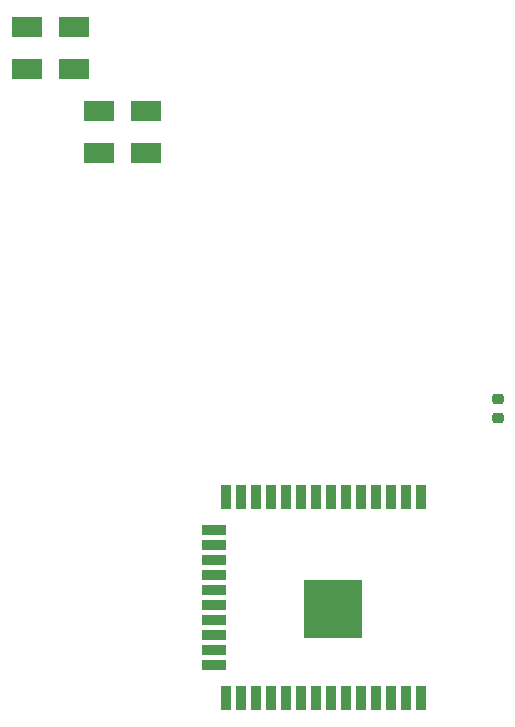
<source format=gbp>
%TF.GenerationSoftware,KiCad,Pcbnew,(6.0.0)*%
%TF.CreationDate,2022-03-13T19:16:45-04:00*%
%TF.ProjectId,esp23 i3 heat thermostat,65737032-3320-4693-9320-686561742074,rev?*%
%TF.SameCoordinates,Original*%
%TF.FileFunction,Paste,Bot*%
%TF.FilePolarity,Positive*%
%FSLAX46Y46*%
G04 Gerber Fmt 4.6, Leading zero omitted, Abs format (unit mm)*
G04 Created by KiCad (PCBNEW (6.0.0)) date 2022-03-13 19:16:45*
%MOMM*%
%LPD*%
G01*
G04 APERTURE LIST*
G04 Aperture macros list*
%AMRoundRect*
0 Rectangle with rounded corners*
0 $1 Rounding radius*
0 $2 $3 $4 $5 $6 $7 $8 $9 X,Y pos of 4 corners*
0 Add a 4 corners polygon primitive as box body*
4,1,4,$2,$3,$4,$5,$6,$7,$8,$9,$2,$3,0*
0 Add four circle primitives for the rounded corners*
1,1,$1+$1,$2,$3*
1,1,$1+$1,$4,$5*
1,1,$1+$1,$6,$7*
1,1,$1+$1,$8,$9*
0 Add four rect primitives between the rounded corners*
20,1,$1+$1,$2,$3,$4,$5,0*
20,1,$1+$1,$4,$5,$6,$7,0*
20,1,$1+$1,$6,$7,$8,$9,0*
20,1,$1+$1,$8,$9,$2,$3,0*%
G04 Aperture macros list end*
%ADD10R,2.500000X1.800000*%
%ADD11R,0.900000X2.000000*%
%ADD12R,2.000000X0.900000*%
%ADD13R,5.000000X5.000000*%
%ADD14RoundRect,0.225000X-0.250000X0.225000X-0.250000X-0.225000X0.250000X-0.225000X0.250000X0.225000X0*%
G04 APERTURE END LIST*
D10*
%TO.C,D3*%
X125000000Y-58166000D03*
X129000000Y-58166000D03*
%TD*%
%TO.C,D6*%
X122904000Y-51054000D03*
X118904000Y-51054000D03*
%TD*%
%TO.C,D5*%
X129000000Y-61722000D03*
X125000000Y-61722000D03*
%TD*%
D11*
%TO.C,U4*%
X152273000Y-107814000D03*
X151003000Y-107814000D03*
X149733000Y-107814000D03*
X148463000Y-107814000D03*
X147193000Y-107814000D03*
X145923000Y-107814000D03*
X144653000Y-107814000D03*
X143383000Y-107814000D03*
X142113000Y-107814000D03*
X140843000Y-107814000D03*
X139573000Y-107814000D03*
X138303000Y-107814000D03*
X137033000Y-107814000D03*
X135763000Y-107814000D03*
D12*
X134763000Y-105029000D03*
X134763000Y-103759000D03*
X134763000Y-102489000D03*
X134763000Y-101219000D03*
X134763000Y-99949000D03*
X134763000Y-98679000D03*
X134763000Y-97409000D03*
X134763000Y-96139000D03*
X134763000Y-94869000D03*
X134763000Y-93599000D03*
D11*
X135763000Y-90814000D03*
X137033000Y-90814000D03*
X138303000Y-90814000D03*
X139573000Y-90814000D03*
X140843000Y-90814000D03*
X142113000Y-90814000D03*
X143383000Y-90814000D03*
X144653000Y-90814000D03*
X145923000Y-90814000D03*
X147193000Y-90814000D03*
X148463000Y-90814000D03*
X149733000Y-90814000D03*
X151003000Y-90814000D03*
X152273000Y-90814000D03*
D13*
X144773000Y-100314000D03*
%TD*%
D10*
%TO.C,D4*%
X118904000Y-54610000D03*
X122904000Y-54610000D03*
%TD*%
D14*
%TO.C,C7*%
X158750000Y-84087000D03*
X158750000Y-82537000D03*
%TD*%
M02*

</source>
